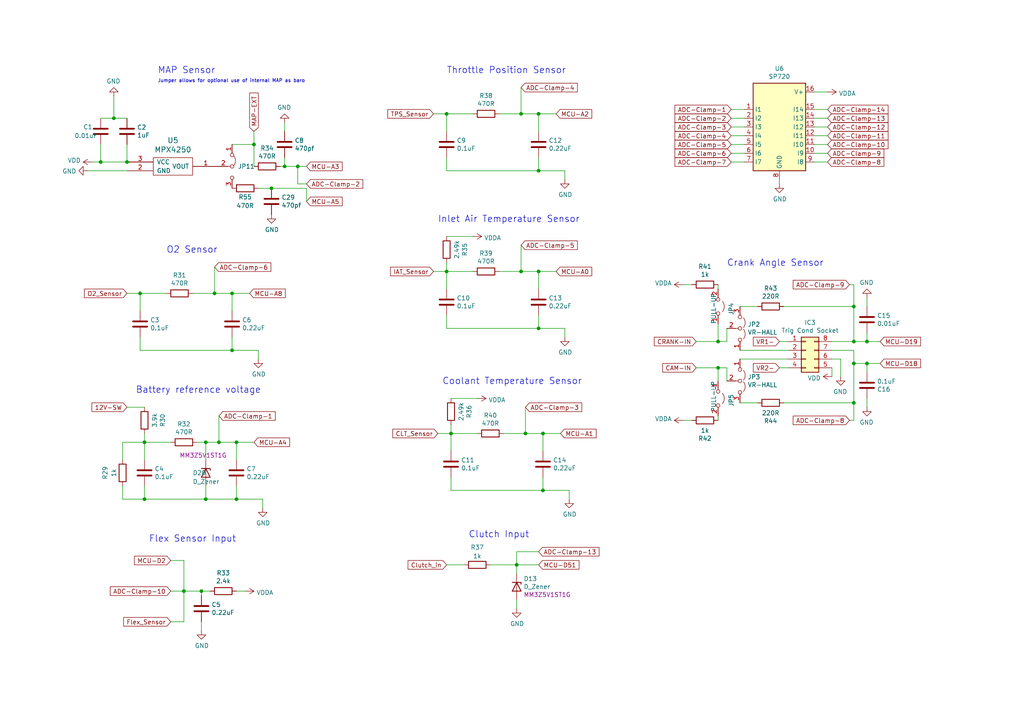
<source format=kicad_sch>
(kicad_sch (version 20210621) (generator eeschema)
  (paper "A4")
  (lib_symbols
    (symbol "Connector_Generic:Conn_02x04_Counter_Clockwise" (pin_names (offset 1.016) hide)
      (property "Reference" "J" (at 1.27 5.08 0))
      (property "Value" "Conn_02x04_Counter_Clockwise" (at 1.27 -7.62 0))
      (symbol "Conn_02x04_Counter_Clockwise_1_1"
        (rectangle (start -1.27 -4.953) (end 0 -5.207) (stroke (width 0.1524)))
        (rectangle (start -1.27 -2.413) (end 0 -2.667) (stroke (width 0.1524)))
        (rectangle (start -1.27 0.127) (end 0 -0.127) (stroke (width 0.1524)))
        (rectangle (start -1.27 2.667) (end 0 2.413) (stroke (width 0.1524)))
        (rectangle (start -1.27 3.81) (end 3.81 -6.35) (stroke (width 0.254)) (fill (type background)))
        (rectangle (start 3.81 -4.953) (end 2.54 -5.207) (stroke (width 0.1524)))
        (rectangle (start 3.81 -2.413) (end 2.54 -2.667) (stroke (width 0.1524)))
        (rectangle (start 3.81 0.127) (end 2.54 -0.127) (stroke (width 0.1524)))
        (rectangle (start 3.81 2.667) (end 2.54 2.413) (stroke (width 0.1524)))
        (pin passive line (at -5.08 2.54 0) (length 3.81) (name "Pin_1") (number "1"))
        (pin passive line (at -5.08 0 0) (length 3.81) (name "Pin_2") (number "2"))
        (pin passive line (at -5.08 -2.54 0) (length 3.81) (name "Pin_3") (number "3"))
        (pin passive line (at -5.08 -5.08 0) (length 3.81) (name "Pin_4") (number "4"))
        (pin passive line (at 7.62 -5.08 180) (length 3.81) (name "Pin_5") (number "5"))
        (pin passive line (at 7.62 -2.54 180) (length 3.81) (name "Pin_6") (number "6"))
        (pin passive line (at 7.62 0 180) (length 3.81) (name "Pin_7") (number "7"))
        (pin passive line (at 7.62 2.54 180) (length 3.81) (name "Pin_8") (number "8"))
      )
    )
    (symbol "Device:C" (pin_numbers hide) (pin_names (offset 0.254))
      (property "Reference" "C" (at 0.635 2.54 0))
      (property "Value" "C" (at 0.635 -2.54 0))
      (symbol "C_0_1"
        (polyline (pts (xy -2.032 -0.762) (xy 2.032 -0.762)) (stroke (width 0.508)))
        (polyline (pts (xy -2.032 0.762) (xy 2.032 0.762)) (stroke (width 0.508)))
      )
      (symbol "C_1_1"
        (pin passive line (at 0 3.81 270) (length 2.794) (name "~") (number "1"))
        (pin passive line (at 0 -3.81 90) (length 2.794) (name "~") (number "2"))
      )
    )
    (symbol "Device:D_Zener" (pin_numbers hide) (pin_names (offset 1.016) hide)
      (property "Reference" "D" (at 0 2.54 0))
      (property "Value" "D_Zener" (at 0 -2.54 0))
      (symbol "D_Zener_0_1"
        (polyline (pts (xy 1.27 0) (xy -1.27 0)))
        (polyline (pts (xy -1.27 -1.27) (xy -1.27 1.27) (xy -0.762 1.27)) (stroke (width 0.254)))
        (polyline (pts (xy 1.27 -1.27) (xy 1.27 1.27) (xy -1.27 0) (xy 1.27 -1.27)) (stroke (width 0.254)))
      )
      (symbol "D_Zener_1_1"
        (pin passive line (at -3.81 0 0) (length 2.54) (name "K") (number "1"))
        (pin passive line (at 3.81 0 180) (length 2.54) (name "A") (number "2"))
      )
    )
    (symbol "Device:R" (pin_numbers hide) (pin_names (offset 0))
      (property "Reference" "R" (at 2.032 0 90))
      (property "Value" "R" (at 0 0 90))
      (symbol "R_0_1"
        (rectangle (start -1.016 -2.54) (end 1.016 2.54) (stroke (width 0.254)))
      )
      (symbol "R_1_1"
        (pin passive line (at 0 3.81 270) (length 1.27) (name "~") (number "1"))
        (pin passive line (at 0 -3.81 90) (length 1.27) (name "~") (number "2"))
      )
    )
    (symbol "IC_Automotive:SP720"
      (property "Reference" "U" (at 0 15.875 0))
      (property "Value" "IC_Automotive_SP720" (at 0 13.97 0))
      (symbol "SP720_0_1"
        (rectangle (start -7.62 -12.7) (end 7.62 12.7) (stroke (width 0.254)) (fill (type background)))
      )
      (symbol "SP720_1_1"
        (pin input line (at -10.16 5.08 0) (length 2.54) (name "I1") (number "1"))
        (pin input line (at 10.16 -7.62 180) (length 2.54) (name "I9") (number "10"))
        (pin input line (at 10.16 -5.08 180) (length 2.54) (name "I10") (number "11"))
        (pin input line (at 10.16 -2.54 180) (length 2.54) (name "I11") (number "12"))
        (pin input line (at 10.16 0 180) (length 2.54) (name "I12") (number "13"))
        (pin open_collector line (at 10.16 2.54 180) (length 2.54) (name "I13") (number "14"))
        (pin input line (at 10.16 5.08 180) (length 2.54) (name "I14") (number "15"))
        (pin power_in line (at 10.16 10.16 180) (length 2.54) (name "V+") (number "16"))
        (pin input line (at -10.16 2.54 0) (length 2.54) (name "I2") (number "2"))
        (pin input line (at -10.16 0 0) (length 2.54) (name "I3") (number "3"))
        (pin input line (at -10.16 -2.54 0) (length 2.54) (name "I4") (number "4"))
        (pin input line (at -10.16 -5.08 0) (length 2.54) (name "I5") (number "5"))
        (pin input line (at -10.16 -7.62 0) (length 2.54) (name "I6") (number "6"))
        (pin input line (at -10.16 -10.16 0) (length 2.54) (name "I7") (number "7"))
        (pin power_in line (at 0 -15.24 90) (length 2.54) (name "GND") (number "8"))
        (pin input line (at 10.16 -10.16 180) (length 2.54) (name "I8") (number "9"))
      )
    )
    (symbol "Jumper:Jumper_2_Open" (pin_names (offset 0) hide)
      (property "Reference" "JP" (at 0 2.794 0))
      (property "Value" "Jumper_2_Open" (at 0 -2.286 0))
      (symbol "Jumper_2_Open_0_0"
        (circle (center -2.032 0) (radius 0.508))
        (circle (center 2.032 0) (radius 0.508))
      )
      (symbol "Jumper_2_Open_0_1"
        (arc (start 1.524 1.27) (mid 0 1.778) (end -1.524 1.27))
      )
      (symbol "Jumper_2_Open_1_1"
        (pin passive line (at -5.08 0 0) (length 2.54) (name "A") (number "1"))
        (pin passive line (at 5.08 0 180) (length 2.54) (name "B") (number "2"))
      )
    )
    (symbol "Jumper:Jumper_3_Bridged12" (pin_names (offset 0) hide)
      (property "Reference" "JP" (at -2.54 -2.54 0))
      (property "Value" "Jumper_3_Bridged12" (at 0 2.794 0))
      (symbol "Jumper_3_Bridged12_0_0"
        (circle (center -3.302 0) (radius 0.508))
        (circle (center 0 0) (radius 0.508))
        (circle (center 3.302 0) (radius 0.508))
      )
      (symbol "Jumper_3_Bridged12_0_1"
        (arc (start -0.254 0.508) (mid -1.651 0.9912) (end -3.048 0.508))
        (polyline (pts (xy 0 -1.27) (xy 0 -0.508)))
      )
      (symbol "Jumper_3_Bridged12_1_1"
        (pin passive line (at -6.35 0 0) (length 2.54) (name "A") (number "1"))
        (pin input line (at 0 -3.81 90) (length 2.54) (name "C") (number "2"))
        (pin passive line (at 6.35 0 180) (length 2.54) (name "B") (number "3"))
      )
    )
    (symbol "Jumper:Jumper_3_Open" (pin_names (offset 0) hide)
      (property "Reference" "JP" (at -2.54 -2.54 0))
      (property "Value" "Jumper_3_Open" (at 0 2.794 0))
      (symbol "Jumper_3_Open_0_0"
        (circle (center -3.302 0) (radius 0.508))
        (circle (center 0 0) (radius 0.508))
        (circle (center 3.302 0) (radius 0.508))
      )
      (symbol "Jumper_3_Open_0_1"
        (arc (start -0.254 1.016) (mid -1.651 1.4992) (end -3.048 1.016))
        (polyline (pts (xy 0 -0.508) (xy 0 -1.27)))
        (arc (start 3.048 1.016) (mid 1.651 1.4992) (end 0.254 1.016))
      )
      (symbol "Jumper_3_Open_1_1"
        (pin passive line (at -6.35 0 0) (length 2.54) (name "A") (number "1"))
        (pin input line (at 0 -3.81 90) (length 2.54) (name "C") (number "2"))
        (pin passive line (at 6.35 0 180) (length 2.54) (name "B") (number "3"))
      )
    )
    (symbol "Misc:MPX4250" (pin_names (offset 1.016))
      (property "Reference" "U" (at 3.81 -3.81 0))
      (property "Value" "Misc_MPX4250" (at -1.27 3.81 0))
      (symbol "MPX4250_0_1"
        (rectangle (start -6.35 2.54) (end 5.08 -2.54))
      )
      (symbol "MPX4250_1_1"
        (pin output line (at 12.7 0 180) (length 7.62) (name "VOUT") (number "1"))
        (pin power_in line (at -13.97 -1.27 0) (length 7.62) (name "GND") (number "2"))
        (pin power_in line (at -13.97 1.27 0) (length 7.62) (name "VCC") (number "3"))
      )
    )
    (symbol "power:GND" (power) (pin_names (offset 0))
      (property "Value" "GND" (at 0 -3.81 0))
      (symbol "GND_0_1"
        (polyline (pts (xy 0 0) (xy 0 -1.27) (xy 1.27 -1.27) (xy 0 -2.54) (xy -1.27 -1.27) (xy 0 -1.27)))
      )
      (symbol "GND_1_1"
        (pin power_in line (at 0 0 270) (length 0) hide (name "GND") (number "1"))
      )
    )
    (symbol "power:VDD" (power) (pin_names (offset 0))
      (property "Value" "VDD" (at 0 3.81 0))
      (symbol "VDD_0_1"
        (polyline (pts (xy -0.762 1.27) (xy 0 2.54)))
        (polyline (pts (xy 0 0) (xy 0 2.54)))
        (polyline (pts (xy 0 2.54) (xy 0.762 1.27)))
      )
      (symbol "VDD_1_1"
        (pin power_in line (at 0 0 90) (length 0) hide (name "VDD") (number "1"))
      )
    )
    (symbol "power:VDDA" (power) (pin_names (offset 0))
      (property "Value" "VDDA" (at 0 3.81 0))
      (symbol "VDDA_0_1"
        (polyline (pts (xy -0.762 1.27) (xy 0 2.54)))
        (polyline (pts (xy 0 0) (xy 0 2.54)))
        (polyline (pts (xy 0 2.54) (xy 0.762 1.27)))
      )
      (symbol "VDDA_1_1"
        (pin power_in line (at 0 0 90) (length 0) hide (name "VDDA") (number "1"))
      )
    )
  )
  (junction (at 59.69 128.27))
  (junction (at 247.65 88.9))
  (junction (at 156.21 95.25))
  (junction (at 247.65 99.06))
  (junction (at 208.28 106.68))
  (junction (at 29.21 46.99))
  (junction (at 82.55 48.26))
  (junction (at 63.5 128.27))
  (junction (at 68.58 128.27))
  (junction (at 151.13 33.02))
  (junction (at 41.91 128.27))
  (junction (at 129.54 78.74))
  (junction (at 86.36 48.26))
  (junction (at 33.02 34.29))
  (junction (at 247.65 105.41))
  (junction (at 62.23 85.09))
  (junction (at 208.28 99.06))
  (junction (at 251.46 99.06))
  (junction (at 156.21 49.53))
  (junction (at 151.13 78.74))
  (junction (at 129.54 33.02))
  (junction (at 156.21 78.74))
  (junction (at 251.46 105.41))
  (junction (at 67.31 101.6))
  (junction (at 130.81 125.73))
  (junction (at 149.86 163.83))
  (junction (at 73.66 41.91))
  (junction (at 157.48 142.24))
  (junction (at 40.64 85.09))
  (junction (at 58.42 171.45))
  (junction (at 67.31 85.09))
  (junction (at 68.58 144.78))
  (junction (at 157.48 125.73))
  (junction (at 152.4 125.73))
  (junction (at 53.34 171.45))
  (junction (at 78.74 54.61))
  (junction (at 41.91 144.78))
  (junction (at 156.21 33.02))
  (junction (at 36.83 46.99))
  (junction (at 59.69 144.78))
  (junction (at 247.65 116.84))
  (wire (pts (xy 212.09 31.75) (xy 215.9 31.75)))
  (wire (pts (xy 240.03 36.83) (xy 236.22 36.83)))
  (wire (pts (xy 58.42 172.72) (xy 58.42 171.45)))
  (wire (pts (xy 67.31 41.91) (xy 73.66 41.91)))
  (wire (pts (xy 59.69 133.35) (xy 59.69 128.27)))
  (wire (pts (xy 129.54 163.83) (xy 134.62 163.83)))
  (wire (pts (xy 156.21 91.44) (xy 156.21 95.25)))
  (wire (pts (xy 208.28 82.55) (xy 208.28 83.82)))
  (wire (pts (xy 88.9 54.61) (xy 78.74 54.61)))
  (wire (pts (xy 58.42 171.45) (xy 53.34 171.45)))
  (wire (pts (xy 243.84 104.14) (xy 243.84 109.22)))
  (wire (pts (xy 53.34 180.34) (xy 53.34 171.45)))
  (wire (pts (xy 149.86 160.02) (xy 149.86 163.83)))
  (wire (pts (xy 215.9 34.29) (xy 212.09 34.29)))
  (wire (pts (xy 144.78 33.02) (xy 151.13 33.02)))
  (wire (pts (xy 68.58 144.78) (xy 76.2 144.78)))
  (wire (pts (xy 58.42 182.88) (xy 58.42 180.34)))
  (wire (pts (xy 62.23 77.47) (xy 62.23 85.09)))
  (wire (pts (xy 55.88 85.09) (xy 62.23 85.09)))
  (wire (pts (xy 129.54 76.2) (xy 129.54 78.74)))
  (wire (pts (xy 251.46 86.36) (xy 251.46 88.9)))
  (wire (pts (xy 208.28 120.65) (xy 208.28 121.92)))
  (wire (pts (xy 214.63 88.9) (xy 219.71 88.9)))
  (wire (pts (xy 67.31 97.79) (xy 67.31 101.6)))
  (wire (pts (xy 208.28 106.68) (xy 210.82 106.68)))
  (wire (pts (xy 35.56 128.27) (xy 41.91 128.27)))
  (wire (pts (xy 129.54 78.74) (xy 137.16 78.74)))
  (wire (pts (xy 152.4 118.11) (xy 152.4 125.73)))
  (wire (pts (xy 251.46 118.11) (xy 251.46 115.57)))
  (wire (pts (xy 219.71 116.84) (xy 214.63 116.84)))
  (wire (pts (xy 156.21 160.02) (xy 149.86 160.02)))
  (wire (pts (xy 246.38 121.92) (xy 247.65 121.92)))
  (wire (pts (xy 137.16 68.58) (xy 129.54 68.58)))
  (wire (pts (xy 130.81 125.73) (xy 138.43 125.73)))
  (wire (pts (xy 156.21 95.25) (xy 163.83 95.25)))
  (wire (pts (xy 62.23 85.09) (xy 67.31 85.09)))
  (wire (pts (xy 127 125.73) (xy 130.81 125.73)))
  (wire (pts (xy 226.06 106.68) (xy 228.6 106.68)))
  (wire (pts (xy 162.56 125.73) (xy 157.48 125.73)))
  (wire (pts (xy 82.55 48.26) (xy 86.36 48.26)))
  (wire (pts (xy 241.3 99.06) (xy 247.65 99.06)))
  (wire (pts (xy 41.91 140.97) (xy 41.91 144.78)))
  (wire (pts (xy 241.3 106.68) (xy 241.3 109.22)))
  (wire (pts (xy 129.54 49.53) (xy 156.21 49.53)))
  (wire (pts (xy 129.54 33.02) (xy 137.16 33.02)))
  (wire (pts (xy 41.91 125.73) (xy 41.91 128.27)))
  (wire (pts (xy 226.06 99.06) (xy 228.6 99.06)))
  (wire (pts (xy 86.36 53.34) (xy 86.36 48.26)))
  (wire (pts (xy 212.09 46.99) (xy 215.9 46.99)))
  (wire (pts (xy 26.67 46.99) (xy 29.21 46.99)))
  (wire (pts (xy 68.58 128.27) (xy 68.58 133.35)))
  (wire (pts (xy 60.96 171.45) (xy 58.42 171.45)))
  (wire (pts (xy 157.48 138.43) (xy 157.48 142.24)))
  (wire (pts (xy 59.69 144.78) (xy 68.58 144.78)))
  (wire (pts (xy 157.48 142.24) (xy 165.1 142.24)))
  (wire (pts (xy 151.13 33.02) (xy 156.21 33.02)))
  (wire (pts (xy 201.93 106.68) (xy 208.28 106.68)))
  (wire (pts (xy 41.91 128.27) (xy 49.53 128.27)))
  (wire (pts (xy 129.54 38.1) (xy 129.54 33.02)))
  (wire (pts (xy 57.15 128.27) (xy 59.69 128.27)))
  (wire (pts (xy 151.13 71.12) (xy 151.13 78.74)))
  (wire (pts (xy 29.21 46.99) (xy 29.21 41.91)))
  (wire (pts (xy 67.31 101.6) (xy 74.93 101.6)))
  (wire (pts (xy 81.28 48.26) (xy 82.55 48.26)))
  (wire (pts (xy 41.91 133.35) (xy 41.91 128.27)))
  (wire (pts (xy 255.27 99.06) (xy 251.46 99.06)))
  (wire (pts (xy 36.83 85.09) (xy 40.64 85.09)))
  (wire (pts (xy 247.65 99.06) (xy 251.46 99.06)))
  (wire (pts (xy 125.73 33.02) (xy 129.54 33.02)))
  (wire (pts (xy 88.9 58.42) (xy 88.9 54.61)))
  (wire (pts (xy 74.93 101.6) (xy 74.93 104.14)))
  (wire (pts (xy 251.46 99.06) (xy 251.46 96.52)))
  (wire (pts (xy 29.21 34.29) (xy 33.02 34.29)))
  (wire (pts (xy 68.58 140.97) (xy 68.58 144.78)))
  (wire (pts (xy 49.53 180.34) (xy 53.34 180.34)))
  (wire (pts (xy 246.38 82.55) (xy 247.65 82.55)))
  (wire (pts (xy 247.65 82.55) (xy 247.65 88.9)))
  (wire (pts (xy 165.1 142.24) (xy 165.1 144.78)))
  (wire (pts (xy 208.28 99.06) (xy 210.82 99.06)))
  (wire (pts (xy 236.22 39.37) (xy 240.03 39.37)))
  (wire (pts (xy 151.13 78.74) (xy 156.21 78.74)))
  (wire (pts (xy 63.5 120.65) (xy 63.5 128.27)))
  (wire (pts (xy 35.56 144.78) (xy 41.91 144.78)))
  (wire (pts (xy 198.12 121.92) (xy 200.66 121.92)))
  (wire (pts (xy 33.02 34.29) (xy 33.02 27.94)))
  (wire (pts (xy 130.81 138.43) (xy 130.81 142.24)))
  (wire (pts (xy 210.82 99.06) (xy 210.82 95.25)))
  (wire (pts (xy 247.65 121.92) (xy 247.65 116.84)))
  (wire (pts (xy 129.54 45.72) (xy 129.54 49.53)))
  (wire (pts (xy 40.64 90.17) (xy 40.64 85.09)))
  (wire (pts (xy 72.39 85.09) (xy 67.31 85.09)))
  (wire (pts (xy 236.22 34.29) (xy 240.03 34.29)))
  (wire (pts (xy 144.78 78.74) (xy 151.13 78.74)))
  (wire (pts (xy 53.34 171.45) (xy 49.53 171.45)))
  (wire (pts (xy 163.83 95.25) (xy 163.83 97.79)))
  (wire (pts (xy 35.56 140.97) (xy 35.56 144.78)))
  (wire (pts (xy 142.24 163.83) (xy 149.86 163.83)))
  (wire (pts (xy 129.54 91.44) (xy 129.54 95.25)))
  (wire (pts (xy 146.05 125.73) (xy 152.4 125.73)))
  (wire (pts (xy 40.64 85.09) (xy 48.26 85.09)))
  (wire (pts (xy 227.33 116.84) (xy 247.65 116.84)))
  (wire (pts (xy 255.27 105.41) (xy 251.46 105.41)))
  (wire (pts (xy 240.03 31.75) (xy 236.22 31.75)))
  (wire (pts (xy 156.21 78.74) (xy 156.21 83.82)))
  (wire (pts (xy 247.65 101.6) (xy 241.3 101.6)))
  (wire (pts (xy 36.83 118.11) (xy 41.91 118.11)))
  (wire (pts (xy 236.22 44.45) (xy 240.03 44.45)))
  (wire (pts (xy 86.36 48.26) (xy 88.9 48.26)))
  (wire (pts (xy 212.09 36.83) (xy 215.9 36.83)))
  (wire (pts (xy 88.9 53.34) (xy 86.36 53.34)))
  (wire (pts (xy 241.3 104.14) (xy 243.84 104.14)))
  (wire (pts (xy 63.5 128.27) (xy 68.58 128.27)))
  (wire (pts (xy 240.03 26.67) (xy 236.22 26.67)))
  (wire (pts (xy 161.29 33.02) (xy 156.21 33.02)))
  (wire (pts (xy 59.69 140.97) (xy 59.69 144.78)))
  (wire (pts (xy 76.2 144.78) (xy 76.2 147.32)))
  (wire (pts (xy 240.03 46.99) (xy 236.22 46.99)))
  (wire (pts (xy 125.73 78.74) (xy 129.54 78.74)))
  (wire (pts (xy 163.83 49.53) (xy 163.83 52.07)))
  (wire (pts (xy 68.58 171.45) (xy 71.12 171.45)))
  (wire (pts (xy 130.81 130.81) (xy 130.81 125.73)))
  (wire (pts (xy 49.53 162.56) (xy 53.34 162.56)))
  (wire (pts (xy 151.13 25.4) (xy 151.13 33.02)))
  (wire (pts (xy 251.46 105.41) (xy 251.46 107.95)))
  (wire (pts (xy 25.4 49.53) (xy 36.83 49.53)))
  (wire (pts (xy 73.66 128.27) (xy 68.58 128.27)))
  (wire (pts (xy 59.69 128.27) (xy 63.5 128.27)))
  (wire (pts (xy 41.91 144.78) (xy 59.69 144.78)))
  (wire (pts (xy 33.02 34.29) (xy 36.83 34.29)))
  (wire (pts (xy 149.86 176.53) (xy 149.86 173.99)))
  (wire (pts (xy 82.55 38.1) (xy 82.55 35.56)))
  (wire (pts (xy 208.28 93.98) (xy 208.28 99.06)))
  (wire (pts (xy 212.09 41.91) (xy 215.9 41.91)))
  (wire (pts (xy 157.48 125.73) (xy 157.48 130.81)))
  (wire (pts (xy 129.54 95.25) (xy 156.21 95.25)))
  (wire (pts (xy 247.65 88.9) (xy 247.65 99.06)))
  (wire (pts (xy 227.33 88.9) (xy 247.65 88.9)))
  (wire (pts (xy 138.43 115.57) (xy 130.81 115.57)))
  (wire (pts (xy 214.63 101.6) (xy 228.6 101.6)))
  (wire (pts (xy 29.21 46.99) (xy 36.83 46.99)))
  (wire (pts (xy 149.86 166.37) (xy 149.86 163.83)))
  (wire (pts (xy 247.65 116.84) (xy 247.65 105.41)))
  (wire (pts (xy 36.83 46.99) (xy 36.83 41.91)))
  (wire (pts (xy 130.81 142.24) (xy 157.48 142.24)))
  (wire (pts (xy 214.63 104.14) (xy 228.6 104.14)))
  (wire (pts (xy 247.65 105.41) (xy 247.65 101.6)))
  (wire (pts (xy 53.34 162.56) (xy 53.34 171.45)))
  (wire (pts (xy 247.65 105.41) (xy 251.46 105.41)))
  (wire (pts (xy 152.4 125.73) (xy 157.48 125.73)))
  (wire (pts (xy 149.86 163.83) (xy 156.21 163.83)))
  (wire (pts (xy 161.29 78.74) (xy 156.21 78.74)))
  (wire (pts (xy 74.93 54.61) (xy 78.74 54.61)))
  (wire (pts (xy 201.93 99.06) (xy 208.28 99.06)))
  (wire (pts (xy 67.31 85.09) (xy 67.31 90.17)))
  (wire (pts (xy 130.81 123.19) (xy 130.81 125.73)))
  (wire (pts (xy 40.64 97.79) (xy 40.64 101.6)))
  (wire (pts (xy 73.66 41.91) (xy 73.66 48.26)))
  (wire (pts (xy 198.12 82.55) (xy 200.66 82.55)))
  (wire (pts (xy 35.56 133.35) (xy 35.56 128.27)))
  (wire (pts (xy 82.55 48.26) (xy 82.55 45.72)))
  (wire (pts (xy 210.82 106.68) (xy 210.82 110.49)))
  (wire (pts (xy 156.21 49.53) (xy 163.83 49.53)))
  (wire (pts (xy 156.21 33.02) (xy 156.21 38.1)))
  (wire (pts (xy 208.28 110.49) (xy 208.28 106.68)))
  (wire (pts (xy 156.21 45.72) (xy 156.21 49.53)))
  (wire (pts (xy 240.03 41.91) (xy 236.22 41.91)))
  (wire (pts (xy 129.54 83.82) (xy 129.54 78.74)))
  (wire (pts (xy 73.66 38.1) (xy 73.66 41.91)))
  (wire (pts (xy 215.9 39.37) (xy 212.09 39.37)))
  (wire (pts (xy 40.64 101.6) (xy 67.31 101.6)))
  (wire (pts (xy 215.9 44.45) (xy 212.09 44.45)))
  (wire (pts (xy 226.06 53.34) (xy 226.06 52.07)))
  (text "Battery reference voltage" (at 39.37 114.3 0) (effects (font (size 1.8796 1.8796)) (justify left bottom)))
  (text "Clutch Input" (at 135.89 156.21 0) (effects (font (size 1.8796 1.8796)) (justify left bottom)))
  (text "Coolant Temperature Sensor" (at 128.27 111.76 0) (effects (font (size 1.8796 1.8796)) (justify left bottom)))
  (text "MAP Sensor" (at 45.72 21.59 0) (effects (font (size 1.8796 1.8796)) (justify left bottom)))
  (text "Flex Sensor Input" (at 43.18 157.48 0) (effects (font (size 1.8796 1.8796)) (justify left bottom)))
  (text "Jumper allows for optional use of internal MAP as baro" (at 45.72 24.13 0) (effects (font (size 0.9906 0.9906)) (justify left bottom)))
  (text "Inlet Air Temperature Sensor" (at 127 64.77 0) (effects (font (size 1.8796 1.8796)) (justify left bottom)))
  (text "O2 Sensor" (at 48.26 73.66 0) (effects (font (size 1.8796 1.8796)) (justify left bottom)))
  (text "Crank Angle Sensor" (at 210.82 77.47 0) (effects (font (size 1.8796 1.8796)) (justify left bottom)))
  (text "Throttle Position Sensor" (at 129.54 21.59 0) (effects (font (size 1.8796 1.8796)) (justify left bottom)))
  (global_label "ADC-Clamp-12" (shape input) (at 240.03 36.83 0) (property "Intersheet References" "${INTERSHEET_REFS}" (effects hide)))
  (global_label "TPS_Sensor" (shape input) (at 125.73 33.02 180) (property "Intersheet References" "${INTERSHEET_REFS}" (effects hide)))
  (global_label "ADC-Clamp-10" (shape input) (at 240.03 41.91 0) (property "Intersheet References" "${INTERSHEET_REFS}" (effects hide)))
  (global_label "ADC-Clamp-8" (shape input) (at 240.03 46.99 0) (property "Intersheet References" "${INTERSHEET_REFS}" (effects hide)))
  (global_label "ADC-Clamp-8" (shape input) (at 246.38 121.92 180) (property "Intersheet References" "${INTERSHEET_REFS}" (effects hide)))
  (global_label "MCU-D18" (shape input) (at 255.27 105.41 0) (property "Intersheet References" "${INTERSHEET_REFS}" (effects hide)))
  (global_label "MCU-A0" (shape input) (at 161.29 78.74 0) (property "Intersheet References" "${INTERSHEET_REFS}" (effects hide)))
  (global_label "ADC-Clamp-7" (shape input) (at 212.09 46.99 180) (property "Intersheet References" "${INTERSHEET_REFS}" (effects hide)))
  (global_label "MCU-D51" (shape input) (at 156.21 163.83 0) (property "Intersheet References" "${INTERSHEET_REFS}" (effects hide)))
  (global_label "ADC-Clamp-10" (shape input) (at 49.53 171.45 180) (property "Intersheet References" "${INTERSHEET_REFS}" (effects hide)))
  (global_label "ADC-Clamp-5" (shape input) (at 212.09 41.91 180) (property "Intersheet References" "${INTERSHEET_REFS}" (effects hide)))
  (global_label "MCU-A5" (shape input) (at 88.9 58.42 0) (property "Intersheet References" "${INTERSHEET_REFS}" (effects hide)))
  (global_label "MCU-A1" (shape input) (at 162.56 125.73 0) (property "Intersheet References" "${INTERSHEET_REFS}" (effects hide)))
  (global_label "ADC-Clamp-6" (shape input) (at 62.23 77.47 0) (property "Intersheet References" "${INTERSHEET_REFS}" (effects hide)))
  (global_label "ADC-Clamp-1" (shape input) (at 63.5 120.65 0) (property "Intersheet References" "${INTERSHEET_REFS}" (effects hide)))
  (global_label "ADC-Clamp-2" (shape input) (at 88.9 53.34 0) (property "Intersheet References" "${INTERSHEET_REFS}" (effects hide)))
  (global_label "VR2-" (shape input) (at 226.06 106.68 180) (property "Intersheet References" "${INTERSHEET_REFS}" (effects hide)))
  (global_label "ADC-Clamp-9" (shape input) (at 246.38 82.55 180) (property "Intersheet References" "${INTERSHEET_REFS}" (effects hide)))
  (global_label "ADC-Clamp-9" (shape input) (at 240.03 44.45 0) (property "Intersheet References" "${INTERSHEET_REFS}" (effects hide)))
  (global_label "ADC-Clamp-6" (shape input) (at 212.09 44.45 180) (property "Intersheet References" "${INTERSHEET_REFS}" (effects hide)))
  (global_label "ADC-Clamp-1" (shape input) (at 212.09 31.75 180) (property "Intersheet References" "${INTERSHEET_REFS}" (effects hide)))
  (global_label "MCU-A4" (shape input) (at 73.66 128.27 0) (property "Intersheet References" "${INTERSHEET_REFS}" (effects hide)))
  (global_label "ADC-Clamp-11" (shape input) (at 240.03 39.37 0) (property "Intersheet References" "${INTERSHEET_REFS}" (effects hide)))
  (global_label "ADC-Clamp-4" (shape input) (at 151.13 25.4 0) (property "Intersheet References" "${INTERSHEET_REFS}" (effects hide)))
  (global_label "MCU-D2" (shape input) (at 49.53 162.56 180) (property "Intersheet References" "${INTERSHEET_REFS}" (effects hide)))
  (global_label "MCU-A3" (shape input) (at 88.9 48.26 0) (property "Intersheet References" "${INTERSHEET_REFS}" (effects hide)))
  (global_label "MCU-A8" (shape input) (at 72.39 85.09 0) (property "Intersheet References" "${INTERSHEET_REFS}" (effects hide)))
  (global_label "MAP-EXT" (shape input) (at 73.66 38.1 90) (property "Intersheet References" "${INTERSHEET_REFS}" (effects hide)))
  (global_label "ADC-Clamp-13" (shape input) (at 240.03 34.29 0) (property "Intersheet References" "${INTERSHEET_REFS}" (effects hide)))
  (global_label "CRANK-IN" (shape input) (at 201.93 99.06 180) (property "Intersheet References" "${INTERSHEET_REFS}" (effects hide)))
  (global_label "ADC-Clamp-3" (shape input) (at 152.4 118.11 0) (property "Intersheet References" "${INTERSHEET_REFS}" (effects hide)))
  (global_label "ADC-Clamp-3" (shape input) (at 212.09 36.83 180) (property "Intersheet References" "${INTERSHEET_REFS}" (effects hide)))
  (global_label "ADC-Clamp-5" (shape input) (at 151.13 71.12 0) (property "Intersheet References" "${INTERSHEET_REFS}" (effects hide)))
  (global_label "Flex_Sensor" (shape input) (at 49.53 180.34 180) (property "Intersheet References" "${INTERSHEET_REFS}" (effects hide)))
  (global_label "ADC-Clamp-13" (shape input) (at 156.21 160.02 0) (property "Intersheet References" "${INTERSHEET_REFS}" (effects hide)))
  (global_label "IAT_Sensor" (shape input) (at 125.73 78.74 180) (property "Intersheet References" "${INTERSHEET_REFS}" (effects hide)))
  (global_label "ADC-Clamp-14" (shape input) (at 240.03 31.75 0) (property "Intersheet References" "${INTERSHEET_REFS}" (effects hide)))
  (global_label "O2_Sensor" (shape input) (at 36.83 85.09 180) (property "Intersheet References" "${INTERSHEET_REFS}" (effects hide)))
  (global_label "ADC-Clamp-2" (shape input) (at 212.09 34.29 180) (property "Intersheet References" "${INTERSHEET_REFS}" (effects hide)))
  (global_label "MCU-D19" (shape input) (at 255.27 99.06 0) (property "Intersheet References" "${INTERSHEET_REFS}" (effects hide)))
  (global_label "Clutch_in" (shape input) (at 129.54 163.83 180) (property "Intersheet References" "${INTERSHEET_REFS}" (effects hide)))
  (global_label "CLT_Sensor" (shape input) (at 127 125.73 180) (property "Intersheet References" "${INTERSHEET_REFS}" (effects hide)))
  (global_label "ADC-Clamp-4" (shape input) (at 212.09 39.37 180) (property "Intersheet References" "${INTERSHEET_REFS}" (effects hide)))
  (global_label "12V-SW" (shape input) (at 36.83 118.11 180) (property "Intersheet References" "${INTERSHEET_REFS}" (effects hide)))
  (global_label "MCU-A2" (shape input) (at 161.29 33.02 0) (property "Intersheet References" "${INTERSHEET_REFS}" (effects hide)))
  (global_label "VR1-" (shape input) (at 226.06 99.06 180) (property "Intersheet References" "${INTERSHEET_REFS}" (effects hide)))
  (global_label "CAM-IN" (shape input) (at 201.93 106.68 180) (property "Intersheet References" "${INTERSHEET_REFS}" (effects hide)))
  (symbol (lib_id "Misc:MPX4250") (at 50.8 48.26 0) (unit 1)
    (property "Reference" "U5" (at 50.165 40.7162 0) (effects (font (size 1.524 1.524))))
    (property "Value" "MPX4250" (at 50.165 43.4086 0) (effects (font (size 1.524 1.524))))
    (property "Footprint" "Connector_PinHeader_2.54mm:PinHeader_1x06_P2.54mm_Horizontal" (effects hide))
    (property "Digikey Part Number" "MPX4250AP-ND" (effects hide))
    (property "Manufacturer_Name" "NXP" (effects hide))
    (property "Manufacturer_Part_Number" "MPX4250AP" (effects hide))
    (property "URL" "https://www.digikey.com.au/product-detail/en/nxp-usa-inc/MPX4250AP/MPX4250AP-ND/464053" (effects hide))
  )
  (symbol (lib_id "power:GND") (at 25.4 49.53 270) (unit 1)
    (property "Reference" "#PWR023" (effects hide))
    (property "Value" "GND" (at 22.1488 49.657 90) (effects (justify right)))
  )
  (symbol (lib_id "power:GND") (at 82.55 35.56 180) (unit 1)
    (property "Reference" "#PWR029" (effects hide))
    (property "Value" "GND" (at 82.423 31.1658 0))
  )
  (symbol (lib_id "Device:C") (at 82.55 41.91 0) (unit 1)
    (property "Reference" "C8" (at 85.471 40.7416 0) (effects (justify left)))
    (property "Value" "470pf" (at 85.471 43.053 0) (effects (justify left)))
    (property "Footprint" "Capacitor_SMD:C_0805_2012Metric" (effects hide))
    (property "Digikey Part Number" "311-1124-1-ND" (effects hide))
    (property "Manufacturer_Name" "Yageo" (effects hide))
    (property "Manufacturer_Part_Number" "CC0805KRX7R9BB471" (effects hide))
    (property "URL" "https://www.digikey.com/product-detail/en/yageo/CC0805KRX7R9BB471/311-1124-1-ND/303034" (effects hide))
  )
  (symbol (lib_id "Device:R") (at 77.47 48.26 270) (unit 1)
    (property "Reference" "R34" (at 77.47 43.0022 90))
    (property "Value" "470R" (at 77.47 45.3136 90))
    (property "Footprint" "Resistor_SMD:R_0805_2012Metric" (effects hide))
    (property "Manufacturer_Name" "Panasonic" (effects hide))
    (property "Manufacturer_Part_Number" "ERJ-6ENF4700V" (effects hide))
    (property "URL" "https://www.digikey.com/product-detail/en/panasonic-electronic-components/ERJ-6ENF4700V/P470CCT-ND/1746871" (effects hide))
    (property "Digikey Part Number" "P470CCT-ND" (effects hide))
  )
  (symbol (lib_id "Device:C") (at 29.21 38.1 0) (unit 1)
    (property "Reference" "C1" (at 24.13 36.83 0) (effects (justify left)))
    (property "Value" "0.01uF" (at 21.59 39.37 0) (effects (justify left)))
    (property "Footprint" "Capacitor_SMD:C_0805_2012Metric" (effects hide))
    (property "Digikey Part Number" "311-1136-1-ND" (effects hide))
    (property "Manufacturer_Name" "Yageo" (effects hide))
    (property "Manufacturer_Part_Number" "CC0805KRX7R9BB103" (effects hide))
    (property "URL" "https://www.digikey.com/product-detail/en/yageo/CC0805KRX7R9BB103/311-1136-1-ND/303046" (effects hide))
  )
  (symbol (lib_id "Device:C") (at 36.83 38.1 0) (unit 1)
    (property "Reference" "C2" (at 39.751 36.9316 0) (effects (justify left)))
    (property "Value" "1uF" (at 39.751 39.243 0) (effects (justify left)))
    (property "Footprint" "Capacitor_SMD:C_0805_2012Metric" (effects hide))
    (property "Digikey Part Number" "311-1365-1-ND" (effects hide))
    (property "Manufacturer_Name" "Yageo" (effects hide))
    (property "Manufacturer_Part_Number" "CC0805KKX7R7BB105" (effects hide))
    (property "URL" "https://www.digikey.com/product-detail/en/yageo/CC0805KKX7R7BB105/311-1365-1-ND/2103149" (effects hide))
  )
  (symbol (lib_id "power:GND") (at 33.02 27.94 180) (unit 1)
    (property "Reference" "#PWR025" (effects hide))
    (property "Value" "GND" (at 32.893 23.5458 0))
  )
  (symbol (lib_id "Device:R") (at 223.52 88.9 270) (unit 1)
    (property "Reference" "R43" (at 223.52 83.6422 90))
    (property "Value" "220R" (at 223.52 85.9536 90))
    (property "Footprint" "Resistor_SMD:R_0805_2012Metric" (effects hide))
    (property "Digikey Part Number" "311-220CRCT-ND" (effects hide))
    (property "Manufacturer_Name" "Yageo" (effects hide))
    (property "Manufacturer_Part_Number" "RC0805FR-07220RL" (effects hide))
    (property "URL" "https://www.digikey.com/product-detail/en/yageo/RC0805FR-07220RL/311-220CRCT-ND/730688" (effects hide))
  )
  (symbol (lib_id "Device:R") (at 204.47 82.55 270) (unit 1)
    (property "Reference" "R41" (at 204.47 77.2922 90))
    (property "Value" "1k" (at 204.47 79.6036 90))
    (property "Footprint" "Resistor_SMD:R_0805_2012Metric" (effects hide))
    (property "Digikey Part Number" "311-1.00KCRCT-ND" (effects hide))
    (property "Manufacturer_Name" "Yageo" (effects hide))
    (property "Manufacturer_Part_Number" "RC0805FR-071KL" (effects hide))
    (property "URL" "https://www.digikey.com/product-detail/en/yageo/RC0805FR-071KL/311-1.00KCRCT-ND/730391" (effects hide))
  )
  (symbol (lib_id "Device:C") (at 251.46 92.71 0) (unit 1)
    (property "Reference" "C15" (at 254.381 91.5416 0) (effects (justify left)))
    (property "Value" "0.01uF" (at 254.381 93.853 0) (effects (justify left)))
    (property "Footprint" "Capacitor_SMD:C_0805_2012Metric" (effects hide))
    (property "Digikey Part Number" "311-1136-1-ND" (effects hide))
    (property "Manufacturer_Name" "Yageo" (effects hide))
    (property "Manufacturer_Part_Number" "CC0805KRX7R9BB103" (effects hide))
    (property "URL" "https://www.digikey.com/product-detail/en/yageo/CC0805KRX7R9BB103/311-1136-1-ND/303046" (effects hide))
  )
  (symbol (lib_id "power:GND") (at 251.46 86.36 180) (unit 1)
    (property "Reference" "#PWR040" (effects hide))
    (property "Value" "GND" (at 251.333 81.9658 0))
  )
  (symbol (lib_id "Device:R") (at 223.52 116.84 270) (mirror x) (unit 1)
    (property "Reference" "R44" (at 223.52 122.0978 90))
    (property "Value" "220R" (at 223.52 119.7864 90))
    (property "Footprint" "Resistor_SMD:R_0805_2012Metric" (effects hide))
    (property "Digikey Part Number" "311-220CRCT-ND" (effects hide))
    (property "Manufacturer_Name" "Yageo" (effects hide))
    (property "Manufacturer_Part_Number" "RC0805FR-07220RL" (effects hide))
    (property "URL" "https://www.digikey.com/product-detail/en/yageo/RC0805FR-07220RL/311-220CRCT-ND/730688" (effects hide))
  )
  (symbol (lib_id "Device:R") (at 204.47 121.92 270) (mirror x) (unit 1)
    (property "Reference" "R42" (at 204.47 127.1778 90))
    (property "Value" "1k" (at 204.47 124.8664 90))
    (property "Footprint" "Resistor_SMD:R_0805_2012Metric" (effects hide))
    (property "Digikey Part Number" "311-1.00KCRCT-ND" (effects hide))
    (property "Manufacturer_Name" "Yageo" (effects hide))
    (property "Manufacturer_Part_Number" "RC0805FR-071KL" (effects hide))
    (property "URL" "https://www.digikey.com/product-detail/en/yageo/RC0805FR-071KL/311-1.00KCRCT-ND/730391" (effects hide))
  )
  (symbol (lib_id "Device:C") (at 251.46 111.76 0) (mirror x) (unit 1)
    (property "Reference" "C16" (at 254.381 112.9284 0) (effects (justify left)))
    (property "Value" "0.1uF" (at 254.381 110.617 0) (effects (justify left)))
    (property "Footprint" "Capacitor_SMD:C_0805_2012Metric" (effects hide))
    (property "Digikey Part Number" "311-1140-1-ND" (effects hide))
    (property "Manufacturer_Name" "Yageo" (effects hide))
    (property "Manufacturer_Part_Number" "CC0805KRX7R9BB104" (effects hide))
    (property "URL" "https://www.digikey.com.au/product-detail/en/yageo/CC0805KRX7R9BB104/311-1140-1-ND/303050" (effects hide))
  )
  (symbol (lib_id "power:GND") (at 251.46 118.11 0) (mirror y) (unit 1)
    (property "Reference" "#PWR041" (effects hide))
    (property "Value" "GND" (at 251.333 122.5042 0))
  )
  (symbol (lib_id "IC_Automotive:SP720") (at 226.06 36.83 0) (unit 1)
    (property "Reference" "U6" (at 226.06 19.8882 0))
    (property "Value" "SP720" (at 226.06 22.1996 0))
    (property "Footprint" "Package_SO:SOIC-16_3.9x9.9mm_P1.27mm" (effects hide))
    (property "Datasheet" "https://m.littelfuse.com/~/media/electronics/datasheets/tvs_diode_arrays/littelfuse_tvs_diode_array_sp720_datasheet.pdf.pdf" (effects hide))
    (property "Digikey Part Number" "F3162CT-ND" (effects hide))
    (property "Manufacturer_Name" "Littelfuse" (effects hide))
    (property "Manufacturer_Part_Number" "SP720ABTG" (effects hide))
    (property "URL" "https://www.digikey.com/product-detail/en/littelfuse-inc/SP720ABTG/F3162CT-ND/1984458" (effects hide))
  )
  (symbol (lib_id "power:GND") (at 226.06 53.34 0) (unit 1)
    (property "Reference" "#PWR039" (effects hide))
    (property "Value" "GND" (at 226.187 57.7342 0))
  )
  (symbol (lib_id "Device:R") (at 52.07 85.09 270) (unit 1)
    (property "Reference" "R31" (at 52.07 79.8322 90))
    (property "Value" "470R" (at 52.07 82.1436 90))
    (property "Footprint" "Resistor_SMD:R_0805_2012Metric" (effects hide))
    (property "Manufacturer_Name" "Panasonic" (effects hide))
    (property "Manufacturer_Part_Number" "ERJ-6ENF4700V" (effects hide))
    (property "URL" "https://www.digikey.com/product-detail/en/panasonic-electronic-components/ERJ-6ENF4700V/P470CCT-ND/1746871" (effects hide))
    (property "Digikey Part Number" "P470CCT-ND" (effects hide))
  )
  (symbol (lib_id "Device:C") (at 67.31 93.98 0) (unit 1)
    (property "Reference" "C6" (at 70.231 92.8116 0) (effects (justify left)))
    (property "Value" "0.22uF" (at 70.231 95.123 0) (effects (justify left)))
    (property "Footprint" "Capacitor_SMD:C_0805_2012Metric" (effects hide))
    (property "Digikey Part Number" "1276-1284-1-ND" (effects hide))
    (property "Manufacturer_Name" "Samsung" (effects hide))
    (property "Manufacturer_Part_Number" "CL21B224KOCNNNC" (effects hide))
    (property "URL" "https://www.digikey.com/product-detail/en/samsung-electro-mechanics-america-inc/CL21B224KOCNNNC/1276-1284-1-ND/3889370" (effects hide))
  )
  (symbol (lib_id "Device:C") (at 40.64 93.98 0) (unit 1)
    (property "Reference" "C3" (at 43.561 92.8116 0) (effects (justify left)))
    (property "Value" "0.1uF" (at 43.561 95.123 0) (effects (justify left)))
    (property "Footprint" "Capacitor_SMD:C_0805_2012Metric" (effects hide))
    (property "Digikey Part Number" "311-1140-1-ND" (effects hide))
    (property "Manufacturer_Name" "Yageo" (effects hide))
    (property "Manufacturer_Part_Number" "CC0805KRX7R9BB104" (effects hide))
    (property "URL" "https://www.digikey.com.au/product-detail/en/yageo/CC0805KRX7R9BB104/311-1140-1-ND/303050" (effects hide))
  )
  (symbol (lib_id "power:GND") (at 74.93 104.14 0) (unit 1)
    (property "Reference" "#PWR028" (effects hide))
    (property "Value" "GND" (at 75.057 108.5342 0))
  )
  (symbol (lib_id "Device:R") (at 140.97 33.02 270) (unit 1)
    (property "Reference" "R38" (at 140.97 27.7622 90))
    (property "Value" "470R" (at 140.97 30.0736 90))
    (property "Footprint" "Resistor_SMD:R_0805_2012Metric" (effects hide))
    (property "Manufacturer_Name" "Panasonic" (effects hide))
    (property "Manufacturer_Part_Number" "ERJ-6ENF4700V" (effects hide))
    (property "URL" "https://www.digikey.com/product-detail/en/panasonic-electronic-components/ERJ-6ENF4700V/P470CCT-ND/1746871" (effects hide))
    (property "Digikey Part Number" "P470CCT-ND" (effects hide))
  )
  (symbol (lib_id "Device:C") (at 156.21 41.91 0) (unit 1)
    (property "Reference" "C12" (at 159.131 40.7416 0) (effects (justify left)))
    (property "Value" "0.22uF" (at 159.131 43.053 0) (effects (justify left)))
    (property "Footprint" "Capacitor_SMD:C_0805_2012Metric" (effects hide))
    (property "Digikey Part Number" "1276-1284-1-ND" (effects hide))
    (property "Manufacturer_Name" "Samsung" (effects hide))
    (property "Manufacturer_Part_Number" "CL21B224KOCNNNC" (effects hide))
    (property "URL" "https://www.digikey.com/product-detail/en/samsung-electro-mechanics-america-inc/CL21B224KOCNNNC/1276-1284-1-ND/3889370" (effects hide))
  )
  (symbol (lib_id "Device:C") (at 129.54 41.91 0) (unit 1)
    (property "Reference" "C9" (at 132.461 40.7416 0) (effects (justify left)))
    (property "Value" "0.1uF" (at 132.461 43.053 0) (effects (justify left)))
    (property "Footprint" "Capacitor_SMD:C_0805_2012Metric" (effects hide))
    (property "Digikey Part Number" "311-1140-1-ND" (effects hide))
    (property "Manufacturer_Name" "Yageo" (effects hide))
    (property "Manufacturer_Part_Number" "CC0805KRX7R9BB104" (effects hide))
    (property "URL" "https://www.digikey.com.au/product-detail/en/yageo/CC0805KRX7R9BB104/311-1140-1-ND/303050" (effects hide))
  )
  (symbol (lib_id "power:GND") (at 163.83 52.07 0) (unit 1)
    (property "Reference" "#PWR034" (effects hide))
    (property "Value" "GND" (at 163.957 56.4642 0))
  )
  (symbol (lib_id "Device:R") (at 140.97 78.74 270) (unit 1)
    (property "Reference" "R39" (at 140.97 73.4822 90))
    (property "Value" "470R" (at 140.97 75.7936 90))
    (property "Footprint" "Resistor_SMD:R_0805_2012Metric" (effects hide))
    (property "Manufacturer_Name" "Panasonic" (effects hide))
    (property "Manufacturer_Part_Number" "ERJ-6ENF4700V" (effects hide))
    (property "URL" "https://www.digikey.com/product-detail/en/panasonic-electronic-components/ERJ-6ENF4700V/P470CCT-ND/1746871" (effects hide))
    (property "Digikey Part Number" "P470CCT-ND" (effects hide))
  )
  (symbol (lib_id "Device:C") (at 156.21 87.63 0) (unit 1)
    (property "Reference" "C13" (at 159.131 86.4616 0) (effects (justify left)))
    (property "Value" "0.22uF" (at 159.131 88.773 0) (effects (justify left)))
    (property "Footprint" "Capacitor_SMD:C_0805_2012Metric" (effects hide))
    (property "Digikey Part Number" "1276-1284-1-ND" (effects hide))
    (property "Manufacturer_Name" "Samsung" (effects hide))
    (property "Manufacturer_Part_Number" "CL21B224KOCNNNC" (effects hide))
    (property "URL" "https://www.digikey.com/product-detail/en/samsung-electro-mechanics-america-inc/CL21B224KOCNNNC/1276-1284-1-ND/3889370" (effects hide))
  )
  (symbol (lib_id "Device:C") (at 129.54 87.63 0) (unit 1)
    (property "Reference" "C10" (at 132.461 86.4616 0) (effects (justify left)))
    (property "Value" "0.1uF" (at 132.461 88.773 0) (effects (justify left)))
    (property "Footprint" "Capacitor_SMD:C_0805_2012Metric" (effects hide))
    (property "Digikey Part Number" "311-1140-1-ND" (effects hide))
    (property "Manufacturer_Name" "Yageo" (effects hide))
    (property "Manufacturer_Part_Number" "CC0805KRX7R9BB104" (effects hide))
    (property "URL" "https://www.digikey.com.au/product-detail/en/yageo/CC0805KRX7R9BB104/311-1140-1-ND/303050" (effects hide))
  )
  (symbol (lib_id "power:GND") (at 163.83 97.79 0) (unit 1)
    (property "Reference" "#PWR035" (effects hide))
    (property "Value" "GND" (at 163.957 102.1842 0))
  )
  (symbol (lib_id "Device:R") (at 129.54 72.39 180) (unit 1)
    (property "Reference" "R35" (at 134.7978 72.39 90))
    (property "Value" "2.49k" (at 132.4864 72.39 90))
    (property "Footprint" "Resistor_SMD:R_0805_2012Metric" (effects hide))
    (property "Digikey Part Number" "YAG1854CT-ND" (effects hide))
    (property "Manufacturer_Name" "Yageo" (effects hide))
    (property "Manufacturer_Part_Number" "RT0805BRD072K49L" (effects hide))
    (property "URL" "https://www.digikey.com/product-detail/en/yageo/RT0805BRD072K49L/YAG1854CT-ND/5139302" (effects hide))
  )
  (symbol (lib_id "power:VDDA") (at 137.16 68.58 270) (unit 1)
    (property "Reference" "#PWR031" (effects hide))
    (property "Value" "VDDA" (at 140.4112 69.0118 90) (effects (justify left)))
  )
  (symbol (lib_id "Device:R") (at 142.24 125.73 270) (unit 1)
    (property "Reference" "R40" (at 142.24 120.4722 90))
    (property "Value" "470R" (at 142.24 122.7836 90))
    (property "Footprint" "Resistor_SMD:R_0805_2012Metric" (effects hide))
    (property "Manufacturer_Name" "Panasonic" (effects hide))
    (property "Manufacturer_Part_Number" "ERJ-6ENF4700V" (effects hide))
    (property "URL" "https://www.digikey.com/product-detail/en/panasonic-electronic-components/ERJ-6ENF4700V/P470CCT-ND/1746871" (effects hide))
    (property "Digikey Part Number" "P470CCT-ND" (effects hide))
  )
  (symbol (lib_id "Device:C") (at 157.48 134.62 0) (unit 1)
    (property "Reference" "C14" (at 160.401 133.4516 0) (effects (justify left)))
    (property "Value" "0.22uF" (at 160.401 135.763 0) (effects (justify left)))
    (property "Footprint" "Capacitor_SMD:C_0805_2012Metric" (effects hide))
    (property "Digikey Part Number" "1276-1284-1-ND" (effects hide))
    (property "Manufacturer_Name" "Samsung" (effects hide))
    (property "Manufacturer_Part_Number" "CL21B224KOCNNNC" (effects hide))
    (property "URL" "https://www.digikey.com/product-detail/en/samsung-electro-mechanics-america-inc/CL21B224KOCNNNC/1276-1284-1-ND/3889370" (effects hide))
  )
  (symbol (lib_id "Device:C") (at 130.81 134.62 0) (unit 1)
    (property "Reference" "C11" (at 133.731 133.4516 0) (effects (justify left)))
    (property "Value" "0.1uF" (at 133.731 135.763 0) (effects (justify left)))
    (property "Footprint" "Capacitor_SMD:C_0805_2012Metric" (effects hide))
    (property "Digikey Part Number" "311-1140-1-ND" (effects hide))
    (property "Manufacturer_Name" "Yageo" (effects hide))
    (property "Manufacturer_Part_Number" "CC0805KRX7R9BB104" (effects hide))
    (property "URL" "https://www.digikey.com.au/product-detail/en/yageo/CC0805KRX7R9BB104/311-1140-1-ND/303050" (effects hide))
  )
  (symbol (lib_id "power:GND") (at 165.1 144.78 0) (unit 1)
    (property "Reference" "#PWR036" (effects hide))
    (property "Value" "GND" (at 165.227 149.1742 0))
  )
  (symbol (lib_id "Device:R") (at 130.81 119.38 180) (unit 1)
    (property "Reference" "R36" (at 136.0678 119.38 90))
    (property "Value" "2.49k" (at 133.7564 119.38 90))
    (property "Footprint" "Resistor_SMD:R_0805_2012Metric" (effects hide))
    (property "Digikey Part Number" "YAG1854CT-ND" (effects hide))
    (property "Manufacturer_Name" "Yageo" (effects hide))
    (property "Manufacturer_Part_Number" "RT0805BRD072K49L" (effects hide))
    (property "URL" "https://www.digikey.com/product-detail/en/yageo/RT0805BRD072K49L/YAG1854CT-ND/5139302" (effects hide))
  )
  (symbol (lib_id "power:VDDA") (at 138.43 115.57 270) (unit 1)
    (property "Reference" "#PWR032" (effects hide))
    (property "Value" "VDDA" (at 141.6812 116.0018 90) (effects (justify left)))
  )
  (symbol (lib_id "Device:R") (at 53.34 128.27 270) (unit 1)
    (property "Reference" "R32" (at 53.34 123.0122 90))
    (property "Value" "470R" (at 53.34 125.3236 90))
    (property "Footprint" "Resistor_SMD:R_0805_2012Metric" (effects hide))
    (property "Manufacturer_Name" "Panasonic" (effects hide))
    (property "Manufacturer_Part_Number" "ERJ-6ENF4700V" (effects hide))
    (property "URL" "https://www.digikey.com/product-detail/en/panasonic-electronic-components/ERJ-6ENF4700V/P470CCT-ND/1746871" (effects hide))
    (property "Digikey Part Number" "P470CCT-ND" (effects hide))
  )
  (symbol (lib_id "Device:C") (at 68.58 137.16 0) (unit 1)
    (property "Reference" "C7" (at 71.501 135.9916 0) (effects (justify left)))
    (property "Value" "0.22uF" (at 71.501 138.303 0) (effects (justify left)))
    (property "Footprint" "Capacitor_SMD:C_0805_2012Metric" (effects hide))
    (property "Digikey Part Number" "1276-1284-1-ND" (effects hide))
    (property "Manufacturer_Name" "Samsung" (effects hide))
    (property "Manufacturer_Part_Number" "CL21B224KOCNNNC" (effects hide))
    (property "URL" "https://www.digikey.com/product-detail/en/samsung-electro-mechanics-america-inc/CL21B224KOCNNNC/1276-1284-1-ND/3889370" (effects hide))
  )
  (symbol (lib_id "Device:C") (at 41.91 137.16 0) (unit 1)
    (property "Reference" "C4" (at 44.831 135.9916 0) (effects (justify left)))
    (property "Value" "0.1uF" (at 44.831 138.303 0) (effects (justify left)))
    (property "Footprint" "Capacitor_SMD:C_0805_2012Metric" (effects hide))
    (property "Digikey Part Number" "311-1140-1-ND" (effects hide))
    (property "Manufacturer_Name" "Yageo" (effects hide))
    (property "Manufacturer_Part_Number" "CC0805KRX7R9BB104" (effects hide))
    (property "URL" "https://www.digikey.com.au/product-detail/en/yageo/CC0805KRX7R9BB104/311-1140-1-ND/303050" (effects hide))
  )
  (symbol (lib_id "power:GND") (at 76.2 147.32 0) (unit 1)
    (property "Reference" "#PWR030" (effects hide))
    (property "Value" "GND" (at 76.327 151.7142 0))
  )
  (symbol (lib_id "Device:R") (at 41.91 121.92 180) (unit 1)
    (property "Reference" "R30" (at 47.1678 121.92 90))
    (property "Value" "3.9k" (at 44.8564 121.92 90))
    (property "Footprint" "Resistor_SMD:R_0805_2012Metric" (effects hide))
    (property "Digikey Part Number" "311-3.90KCRCT-ND" (effects hide))
    (property "Manufacturer_Name" "Yageo" (effects hide))
    (property "Manufacturer_Part_Number" "RC0805FR-073K9L" (effects hide))
    (property "URL" "https://www.digikey.com/product-detail/en/yageo/RC0805FR-073K9L/311-3.90KCRCT-ND/730785" (effects hide))
  )
  (symbol (lib_id "Device:R") (at 35.56 137.16 180) (unit 1)
    (property "Reference" "R29" (at 30.48 137.16 90))
    (property "Value" "1k" (at 33.02 137.16 90))
    (property "Footprint" "Resistor_SMD:R_0805_2012Metric" (effects hide))
    (property "Digikey Part Number" "311-1.00KCRCT-ND" (effects hide))
    (property "Manufacturer_Name" "Yageo" (effects hide))
    (property "Manufacturer_Part_Number" "RC0805FR-071KL" (effects hide))
    (property "URL" "https://www.digikey.com/product-detail/en/yageo/RC0805FR-071KL/311-1.00KCRCT-ND/730391" (effects hide))
  )
  (symbol (lib_id "Device:R") (at 138.43 163.83 90) (unit 1)
    (property "Reference" "R37" (at 138.43 158.75 90))
    (property "Value" "1k" (at 138.43 161.29 90))
    (property "Footprint" "Resistor_SMD:R_0805_2012Metric" (effects hide))
    (property "Digikey Part Number" "311-1.00KCRCT-ND" (effects hide))
    (property "Manufacturer_Name" "Yageo" (effects hide))
    (property "Manufacturer_Part_Number" "RC0805FR-071KL" (effects hide))
    (property "URL" "https://www.digikey.com/product-detail/en/yageo/RC0805FR-071KL/311-1.00KCRCT-ND/730391" (effects hide))
  )
  (symbol (lib_id "Device:D_Zener") (at 149.86 170.18 270) (unit 1)
    (property "Reference" "D13" (at 151.8666 167.8686 90) (effects (justify left)))
    (property "Value" "D_Zener" (at 151.8666 170.18 90) (effects (justify left)))
    (property "Footprint" "Diode_SMD:D_SOD-323" (effects hide))
    (property "Part #" "MM3Z5V1ST1G" (at 151.8666 172.4914 90) (effects (justify left)))
    (property "Digikey Part Number" "MM3Z5V1ST1GOSCT-ND" (effects hide))
    (property "Manufacturer_Name" "On Semi" (effects hide))
    (property "Manufacturer_Part_Number" "MM3Z5V1ST1G" (effects hide))
    (property "URL" "https://www.digikey.com/product-detail/en/on-semiconductor/MM3Z5V1ST1G/MM3Z5V1ST1GOSCT-ND/964547" (effects hide))
  )
  (symbol (lib_id "power:GND") (at 149.86 176.53 0) (unit 1)
    (property "Reference" "#PWR033" (effects hide))
    (property "Value" "GND" (at 149.987 180.9242 0))
  )
  (symbol (lib_id "Device:R") (at 64.77 171.45 270) (unit 1)
    (property "Reference" "R33" (at 64.77 166.1922 90))
    (property "Value" "2.4k" (at 64.77 168.5036 90))
    (property "Footprint" "Resistor_SMD:R_0805_2012Metric" (effects hide))
    (property "Digikey Part Number" "311-2.40KCRCT-ND" (effects hide))
    (property "Manufacturer_Name" "Yageo" (effects hide))
    (property "Manufacturer_Part_Number" "RC0805FR-072K4L" (effects hide))
    (property "URL" "https://www.digikey.com/product-detail/en/yageo/RC0805FR-072K4L/311-2.40KCRCT-ND/730637" (effects hide))
  )
  (symbol (lib_id "Device:C") (at 58.42 176.53 0) (unit 1)
    (property "Reference" "C5" (at 61.341 175.3616 0) (effects (justify left)))
    (property "Value" "0.22uF" (at 61.341 177.673 0) (effects (justify left)))
    (property "Footprint" "Capacitor_SMD:C_0805_2012Metric" (effects hide))
    (property "Digikey Part Number" "1276-1284-1-ND" (effects hide))
    (property "Manufacturer_Name" "Samsung" (effects hide))
    (property "Manufacturer_Part_Number" "CL21B224KOCNNNC" (effects hide))
    (property "URL" "https://www.digikey.com/product-detail/en/samsung-electro-mechanics-america-inc/CL21B224KOCNNNC/1276-1284-1-ND/3889370" (effects hide))
  )
  (symbol (lib_id "power:GND") (at 58.42 182.88 0) (unit 1)
    (property "Reference" "#PWR026" (effects hide))
    (property "Value" "GND" (at 58.547 187.2742 0))
  )
  (symbol (lib_id "Jumper:Jumper_2_Open") (at 208.28 115.57 270) (unit 1)
    (property "Reference" "JP5" (at 212.09 114.3 0) (effects (justify left)))
    (property "Value" "PULL-UP" (at 207.01 110.49 0) (effects (justify left)))
    (property "Footprint" "Connector_PinHeader_2.54mm:PinHeader_1x02_P2.54mm_Vertical" (effects hide))
    (property "Digikey Part Number" "952-2261-ND " (effects hide))
    (property "Manufacturer_Name" "Harwin Inc" (effects hide))
    (property "Manufacturer_Part_Number" "M20-9990245 " (effects hide))
    (property "URL" "https://www.digikey.com.au/products/en?keywords=M20-9990245" (effects hide))
  )
  (symbol (lib_id "Jumper:Jumper_2_Open") (at 208.28 88.9 270) (mirror x) (unit 1)
    (property "Reference" "JP4" (at 212.09 91.44 0) (effects (justify left)))
    (property "Value" "PULL-UP" (at 207.01 93.98 0) (effects (justify left)))
    (property "Footprint" "Connector_PinHeader_2.54mm:PinHeader_1x02_P2.54mm_Vertical" (effects hide))
    (property "Digikey Part Number" "952-2261-ND " (effects hide))
    (property "Manufacturer_Name" "Harwin Inc" (effects hide))
    (property "Manufacturer_Part_Number" "M20-9990245 " (effects hide))
    (property "URL" "https://www.digikey.com.au/products/en?keywords=M20-9990245" (effects hide))
  )
  (symbol (lib_id "Connector_Generic:Conn_02x04_Counter_Clockwise") (at 233.68 101.6 0) (unit 1)
    (property "Reference" "IC3" (at 234.95 93.5482 0))
    (property "Value" "Trig Cond Socket" (at 234.95 95.8596 0))
    (property "Footprint" "Package_DIP:DIP-8_W7.62mm_Socket" (effects hide))
  )
  (symbol (lib_id "power:VDD") (at 241.3 109.22 90) (mirror x) (unit 1)
    (property "Reference" "#PWR0106" (effects hide))
    (property "Value" "VDD" (at 238.0742 109.6772 90) (effects (justify left)))
  )
  (symbol (lib_id "power:GND") (at 243.84 109.22 0) (mirror y) (unit 1)
    (property "Reference" "#PWR0107" (effects hide))
    (property "Value" "GND" (at 243.713 113.6142 0))
  )
  (symbol (lib_id "Jumper:Jumper_3_Open") (at 214.63 95.25 270) (mirror x) (unit 1)
    (property "Reference" "JP2" (at 216.8398 94.0816 90) (effects (justify left)))
    (property "Value" "VR-HALL" (at 216.8398 96.393 90) (effects (justify left)))
    (property "Footprint" "Connector_PinHeader_2.54mm:PinHeader_1x03_P2.54mm_Vertical" (effects hide))
    (property "Digikey Part Number" "952-2263-ND " (effects hide))
    (property "Manufacturer_Name" "Harwin Inc" (effects hide))
    (property "Manufacturer_Part_Number" "M20-9990345" (effects hide))
    (property "URL" "https://www.digikey.com.au/products/en?keywords=M20-9990345" (effects hide))
  )
  (symbol (lib_id "Jumper:Jumper_3_Open") (at 214.63 110.49 270) (unit 1)
    (property "Reference" "JP3" (at 216.8398 109.3216 90) (effects (justify left)))
    (property "Value" "VR-HALL" (at 216.8398 111.633 90) (effects (justify left)))
    (property "Footprint" "Connector_PinHeader_2.54mm:PinHeader_1x03_P2.54mm_Vertical" (effects hide))
    (property "Digikey Part Number" "952-2263-ND " (effects hide))
    (property "Manufacturer_Name" "Harwin Inc" (effects hide))
    (property "Manufacturer_Part_Number" "M20-9990345" (effects hide))
    (property "URL" "https://www.digikey.com.au/products/en?keywords=M20-9990345" (effects hide))
  )
  (symbol (lib_id "power:VDDA") (at 198.12 82.55 90) (unit 1)
    (property "Reference" "#PWR0115" (effects hide))
    (property "Value" "VDDA" (at 194.8688 82.1182 90) (effects (justify left)))
  )
  (symbol (lib_id "power:VDDA") (at 198.12 121.92 90) (unit 1)
    (property "Reference" "#PWR0116" (effects hide))
    (property "Value" "VDDA" (at 194.8688 121.4882 90) (effects (justify left)))
  )
  (symbol (lib_id "power:VDDA") (at 240.03 26.67 270) (unit 1)
    (property "Reference" "#PWR0117" (effects hide))
    (property "Value" "VDDA" (at 243.2812 27.1018 90) (effects (justify left)))
  )
  (symbol (lib_id "power:VDD") (at 26.67 46.99 90) (unit 1)
    (property "Reference" "#PWR0118" (effects hide))
    (property "Value" "VDD" (at 23.4442 46.5328 90) (effects (justify left)))
  )
  (symbol (lib_id "power:VDDA") (at 71.12 171.45 270) (unit 1)
    (property "Reference" "#PWR0119" (effects hide))
    (property "Value" "VDDA" (at 74.3712 171.8818 90) (effects (justify left)))
  )
  (symbol (lib_id "Device:D_Zener") (at 59.69 137.16 270) (unit 1)
    (property "Reference" "D20" (at 55.88 137.16 90) (effects (justify left)))
    (property "Value" "D_Zener" (at 55.88 139.7 90) (effects (justify left)))
    (property "Footprint" "Diode_SMD:D_SOD-323" (effects hide))
    (property "Part #" "MM3Z5V1ST1G" (at 52.07 132.08 90) (effects (justify left)))
    (property "Digikey Part Number" "MM3Z5V1ST1GOSCT-ND" (effects hide))
    (property "Manufacturer_Name" "On Semi" (effects hide))
    (property "Manufacturer_Part_Number" "MM3Z5V1ST1G" (effects hide))
    (property "URL" "https://www.digikey.com/product-detail/en/on-semiconductor/MM3Z5V1ST1G/MM3Z5V1ST1GOSCT-ND/964547" (effects hide))
  )
  (symbol (lib_id "Jumper:Jumper_3_Bridged12") (at 67.31 48.26 270) (unit 1)
    (property "Reference" "JP11" (at 69.0118 48.26 90) (effects (justify left)))
    (property "Value" "Jumper_3_Bridged12" (effects hide))
    (property "Footprint" "Jumper:SolderJumper-3_P1.3mm_Bridged12_RoundedPad1.0x1.5mm" (effects hide))
  )
  (symbol (lib_id "Device:R") (at 71.12 54.61 270) (unit 1)
    (property "Reference" "R55" (at 71.12 57.15 90))
    (property "Value" "470R" (at 71.12 59.69 90))
    (property "Footprint" "Resistor_SMD:R_0805_2012Metric" (effects hide))
    (property "Manufacturer_Name" "Panasonic" (effects hide))
    (property "Manufacturer_Part_Number" "ERJ-6ENF4700V" (effects hide))
    (property "URL" "https://www.digikey.com/product-detail/en/panasonic-electronic-components/ERJ-6ENF4700V/P470CCT-ND/1746871" (effects hide))
    (property "Digikey Part Number" "P470CCT-ND" (effects hide))
  )
  (symbol (lib_id "Device:C") (at 78.74 58.42 0) (unit 1)
    (property "Reference" "C29" (at 81.661 57.2516 0) (effects (justify left)))
    (property "Value" "470pf" (at 81.661 59.563 0) (effects (justify left)))
    (property "Footprint" "Capacitor_SMD:C_0805_2012Metric" (effects hide))
    (property "Digikey Part Number" "311-1124-1-ND" (effects hide))
    (property "Manufacturer_Name" "Yageo" (effects hide))
    (property "Manufacturer_Part_Number" "CC0805KRX7R9BB471" (effects hide))
    (property "URL" "https://www.digikey.com/product-detail/en/yageo/CC0805KRX7R9BB471/311-1124-1-ND/303034" (effects hide))
  )
  (symbol (lib_id "power:GND") (at 78.74 62.23 0) (unit 1)
    (property "Reference" "#PWR0123" (effects hide))
    (property "Value" "GND" (at 78.867 66.6242 0))
  )
)
</source>
